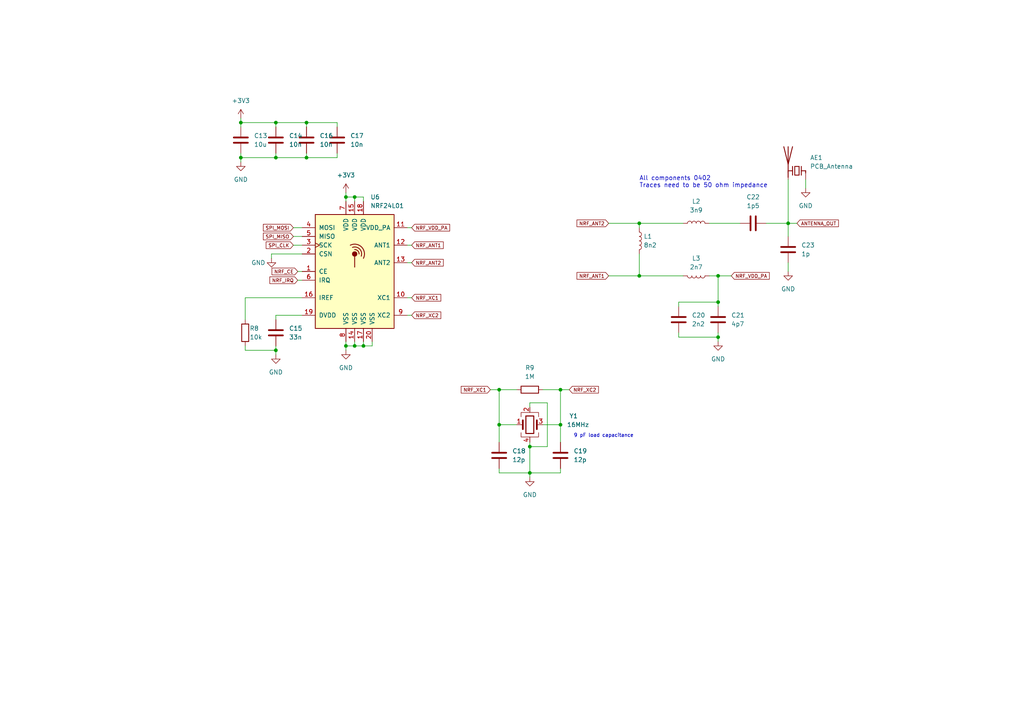
<source format=kicad_sch>
(kicad_sch (version 20211123) (generator eeschema)
  (paper "A4")
  (title_block (title "nrf24-xcvr") (rev "0.1.0"))
  (lib_symbols
    (symbol "Device:Antenna_Chip" (pin_numbers hide) (pin_names (offset 1.016) hide)
      (property "Reference" "AE" (at 0 5.08 0))
      (property "Value" "Antenna_Chip" (at 0 3.175 0))
      (symbol "Antenna_Chip_0_1"
        (polyline (pts (xy -2.54 0) (xy -2.54 -0.635)) (stroke (width 0.254)))
        (polyline (pts (xy -2.54 0) (xy -1.27 0)) (stroke (width 0.254)))
        (polyline (pts (xy 1.27 0) (xy 2.54 0)) (stroke (width 0.254)))
        (polyline (pts (xy 1.27 1.27) (xy 1.27 -1.27)) (stroke (width 0.254)))
        (polyline (pts (xy 2.54 -0.635) (xy 2.54 0)))
        (polyline (pts (xy 2.54 6.985) (xy 2.54 -1.905)) (stroke (width 0.254)))
        (polyline (pts (xy -1.27 1.27) (xy -1.27 -1.27) (xy -1.27 0)) (stroke (width 0.254)))
        (polyline (pts (xy 3.81 6.985) (xy 2.54 1.905) (xy 1.27 6.985)) (stroke (width 0.254)))
        (polyline (pts (xy -0.635 1.27) (xy 0.635 1.27) (xy 0.635 -1.27) (xy -0.635 -1.27) (xy -0.635 1.27)) (stroke (width 0.254)))
      )
      (symbol "Antenna_Chip_1_1"
        (pin input line (at -2.54 -2.54 90) (length 2.54) (name "FEED") (number "1"))
        (pin passive line (at 2.54 -2.54 90) (length 2.54) (name "PCB_Trace") (number "2"))
      )
    )
    (symbol "Device:C" (pin_numbers hide) (pin_names (offset 0.254))
      (property "Reference" "C" (at 0.635 2.54 0))
      (property "Value" "C" (at 0.635 -2.54 0))
      (symbol "C_0_1"
        (polyline (pts (xy -2.032 -0.762) (xy 2.032 -0.762)) (stroke (width 0.508)))
        (polyline (pts (xy -2.032 0.762) (xy 2.032 0.762)) (stroke (width 0.508)))
      )
      (symbol "C_1_1"
        (pin passive line (at 0 3.81 270) (length 2.794) (name "~") (number "1"))
        (pin passive line (at 0 -3.81 90) (length 2.794) (name "~") (number "2"))
      )
    )
    (symbol "Device:Crystal_GND24" (pin_names (offset 1.016) hide)
      (property "Reference" "Y" (at 3.175 5.08 0))
      (property "Value" "Crystal_GND24" (at 3.175 3.175 0))
      (symbol "Crystal_GND24_0_1"
        (rectangle (start -1.143 2.54) (end 1.143 -2.54) (stroke (width 0.3048)))
        (polyline (pts (xy -2.54 0) (xy -2.032 0)))
        (polyline (pts (xy -2.032 -1.27) (xy -2.032 1.27)) (stroke (width 0.508)))
        (polyline (pts (xy 0 -3.81) (xy 0 -3.556)))
        (polyline (pts (xy 0 3.556) (xy 0 3.81)))
        (polyline (pts (xy 2.032 -1.27) (xy 2.032 1.27)) (stroke (width 0.508)))
        (polyline (pts (xy 2.032 0) (xy 2.54 0)))
        (polyline (pts (xy -2.54 -2.286) (xy -2.54 -3.556) (xy 2.54 -3.556) (xy 2.54 -2.286)))
        (polyline (pts (xy -2.54 2.286) (xy -2.54 3.556) (xy 2.54 3.556) (xy 2.54 2.286)))
      )
      (symbol "Crystal_GND24_1_1"
        (pin passive line (at -3.81 0 0) (length 1.27) (name "1") (number "1"))
        (pin passive line (at 0 5.08 270) (length 1.27) (name "2") (number "2"))
        (pin passive line (at 3.81 0 180) (length 1.27) (name "3") (number "3"))
        (pin passive line (at 0 -5.08 90) (length 1.27) (name "4") (number "4"))
      )
    )
    (symbol "Device:L" (pin_numbers hide) (pin_names (offset 1.016) hide)
      (property "Reference" "L" (at -1.27 0 90))
      (property "Value" "L" (at 1.905 0 90))
      (symbol "L_0_1"
        (arc (start 0 -2.54) (mid 0.635 -1.905) (end 0 -1.27))
        (arc (start 0 -1.27) (mid 0.635 -0.635) (end 0 0))
        (arc (start 0 0) (mid 0.635 0.635) (end 0 1.27))
        (arc (start 0 1.27) (mid 0.635 1.905) (end 0 2.54))
      )
      (symbol "L_1_1"
        (pin passive line (at 0 3.81 270) (length 1.27) (name "1") (number "1"))
        (pin passive line (at 0 -3.81 90) (length 1.27) (name "2") (number "2"))
      )
    )
    (symbol "Device:R" (pin_numbers hide) (pin_names (offset 0))
      (property "Reference" "R" (at 2.032 0 90))
      (property "Value" "R" (at 0 0 90))
      (symbol "R_0_1"
        (rectangle (start -1.016 -2.54) (end 1.016 2.54) (stroke (width 0.254)))
      )
      (symbol "R_1_1"
        (pin passive line (at 0 3.81 270) (length 1.27) (name "~") (number "1"))
        (pin passive line (at 0 -3.81 90) (length 1.27) (name "~") (number "2"))
      )
    )
    (symbol "RF:NRF24L01" (pin_names (offset 1.016))
      (property "Reference" "U" (at -11.43 17.78 0))
      (property "Value" "NRF24L01" (at 5.08 17.78 0))
      (symbol "NRF24L01_0_1"
        (rectangle (start -11.43 16.51) (end 11.43 -16.51) (stroke (width 0.254)) (fill (type background)))
        (polyline (pts (xy 0 4.445) (xy 0 1.27)) (stroke (width 0.254)))
        (circle (center 0 5.08) (radius 0.635) (stroke (width 0.254)) (fill (type outline)))
        (arc (start 1.27 5.08) (mid 0.9071 5.9946) (end 0 6.35) (stroke (width 0.254)))
        (arc (start 1.905 4.445) (mid 1.4313 6.5254) (end -0.635 6.985) (stroke (width 0.254)))
        (arc (start 2.54 3.81) (mid 2.008 7.088) (end -1.27 7.62) (stroke (width 0.254)))
        (rectangle (start 11.43 -13.97) (end 11.43 -13.97))
      )
      (symbol "NRF24L01_1_1"
        (pin input line (at -15.24 0 0) (length 3.81) (name "CE") (number "1"))
        (pin passive line (at 15.24 -7.62 180) (length 3.81) (name "XC1") (number "10"))
        (pin power_out line (at 15.24 12.7 180) (length 3.81) (name "VDD_PA") (number "11"))
        (pin passive line (at 15.24 7.62 180) (length 3.81) (name "ANT1") (number "12"))
        (pin passive line (at 15.24 2.54 180) (length 3.81) (name "ANT2") (number "13"))
        (pin power_in line (at 0 -20.32 90) (length 3.81) (name "VSS") (number "14"))
        (pin power_in line (at 0 20.32 270) (length 3.81) (name "VDD") (number "15"))
        (pin passive line (at -15.24 -7.62 0) (length 3.81) (name "IREF") (number "16"))
        (pin power_in line (at 2.54 -20.32 90) (length 3.81) (name "VSS") (number "17"))
        (pin power_in line (at 2.54 20.32 270) (length 3.81) (name "VDD") (number "18"))
        (pin power_out line (at -15.24 -12.7 0) (length 3.81) (name "DVDD") (number "19"))
        (pin input line (at -15.24 5.08 0) (length 3.81) (name "CSN") (number "2"))
        (pin power_in line (at 5.08 -20.32 90) (length 3.81) (name "VSS") (number "20"))
        (pin input clock (at -15.24 7.62 0) (length 3.81) (name "SCK") (number "3"))
        (pin input line (at -15.24 12.7 0) (length 3.81) (name "MOSI") (number "4"))
        (pin output line (at -15.24 10.16 0) (length 3.81) (name "MISO") (number "5"))
        (pin output line (at -15.24 -2.54 0) (length 3.81) (name "IRQ") (number "6"))
        (pin power_in line (at -2.54 20.32 270) (length 3.81) (name "VDD") (number "7"))
        (pin power_in line (at -2.54 -20.32 90) (length 3.81) (name "VSS") (number "8"))
        (pin passive line (at 15.24 -12.7 180) (length 3.81) (name "XC2") (number "9"))
      )
    )
    (symbol "power:+3V3" (power) (pin_names (offset 0))
      (property "Value" "+3V3" (at 0 3.556 0))
      (symbol "+3V3_0_1"
        (polyline (pts (xy -0.762 1.27) (xy 0 2.54)))
        (polyline (pts (xy 0 0) (xy 0 2.54)))
        (polyline (pts (xy 0 2.54) (xy 0.762 1.27)))
      )
      (symbol "+3V3_1_1"
        (pin power_in line (at 0 0 90) (length 0) hide (name "+3V3") (number "1"))
      )
    )
    (symbol "power:GND" (power) (pin_names (offset 0))
      (property "Value" "GND" (at 0 -3.81 0))
      (symbol "GND_0_1"
        (polyline (pts (xy 0 0) (xy 0 -1.27) (xy 1.27 -1.27) (xy 0 -2.54) (xy -1.27 -1.27) (xy 0 -1.27)))
      )
      (symbol "GND_1_1"
        (pin power_in line (at 0 0 270) (length 0) hide (name "GND") (number "1"))
      )
    )
  )
  (junction (at 162.56 123.19))
  (junction (at 69.85 45.72))
  (junction (at 100.33 100.33))
  (junction (at 153.67 137.16))
  (junction (at 69.85 35.56))
  (junction (at 80.01 101.6))
  (junction (at 80.01 35.56))
  (junction (at 208.28 87.63))
  (junction (at 88.9 35.56))
  (junction (at 144.78 113.03))
  (junction (at 162.56 113.03))
  (junction (at 144.78 123.19))
  (junction (at 102.87 57.15))
  (junction (at 100.33 57.15))
  (junction (at 208.28 97.79))
  (junction (at 185.42 64.77))
  (junction (at 208.28 80.01))
  (junction (at 185.42 80.01))
  (junction (at 102.87 100.33))
  (junction (at 80.01 45.72))
  (junction (at 105.41 100.33))
  (junction (at 153.67 129.54))
  (junction (at 228.6 64.77))
  (junction (at 88.9 45.72))
  (wire (pts (xy 86.36 81.28) (xy 87.63 81.28)))
  (wire (pts (xy 149.86 113.03) (xy 144.78 113.03)))
  (wire (pts (xy 85.09 66.04) (xy 87.63 66.04)))
  (wire (pts (xy 80.01 45.72) (xy 88.9 45.72)))
  (wire (pts (xy 153.67 137.16) (xy 153.67 138.43)))
  (wire (pts (xy 118.11 76.2) (xy 119.38 76.2)))
  (wire (pts (xy 69.85 45.72) (xy 69.85 46.99)))
  (wire (pts (xy 105.41 57.15) (xy 102.87 57.15)))
  (wire (pts (xy 80.01 100.33) (xy 80.01 101.6)))
  (wire (pts (xy 71.12 86.36) (xy 71.12 92.71)))
  (wire (pts (xy 153.67 118.11) (xy 153.67 116.84)))
  (wire (pts (xy 78.74 73.66) (xy 78.74 74.93)))
  (wire (pts (xy 158.75 116.84) (xy 158.75 129.54)))
  (wire (pts (xy 69.85 35.56) (xy 69.85 36.83)))
  (wire (pts (xy 176.53 64.77) (xy 185.42 64.77)))
  (wire (pts (xy 118.11 91.44) (xy 119.38 91.44)))
  (wire (pts (xy 153.67 116.84) (xy 158.75 116.84)))
  (wire (pts (xy 88.9 45.72) (xy 97.79 45.72)))
  (wire (pts (xy 196.85 97.79) (xy 208.28 97.79)))
  (wire (pts (xy 157.48 123.19) (xy 162.56 123.19)))
  (wire (pts (xy 87.63 91.44) (xy 80.01 91.44)))
  (wire (pts (xy 102.87 57.15) (xy 100.33 57.15)))
  (wire (pts (xy 208.28 97.79) (xy 208.28 99.06)))
  (wire (pts (xy 162.56 123.19) (xy 162.56 128.27)))
  (wire (pts (xy 144.78 123.19) (xy 149.86 123.19)))
  (wire (pts (xy 102.87 100.33) (xy 100.33 100.33)))
  (wire (pts (xy 102.87 99.06) (xy 102.87 100.33)))
  (wire (pts (xy 105.41 58.42) (xy 105.41 57.15)))
  (wire (pts (xy 100.33 100.33) (xy 100.33 101.6)))
  (wire (pts (xy 228.6 64.77) (xy 228.6 68.58)))
  (wire (pts (xy 97.79 44.45) (xy 97.79 45.72)))
  (wire (pts (xy 162.56 113.03) (xy 165.1 113.03)))
  (wire (pts (xy 142.24 113.03) (xy 144.78 113.03)))
  (wire (pts (xy 69.85 34.29) (xy 69.85 35.56)))
  (wire (pts (xy 86.36 78.74) (xy 87.63 78.74)))
  (wire (pts (xy 144.78 137.16) (xy 144.78 135.89)))
  (wire (pts (xy 176.53 80.01) (xy 185.42 80.01)))
  (wire (pts (xy 80.01 44.45) (xy 80.01 45.72)))
  (wire (pts (xy 228.6 64.77) (xy 231.14 64.77)))
  (wire (pts (xy 144.78 123.19) (xy 144.78 128.27)))
  (wire (pts (xy 144.78 113.03) (xy 144.78 123.19)))
  (wire (pts (xy 105.41 100.33) (xy 102.87 100.33)))
  (wire (pts (xy 100.33 99.06) (xy 100.33 100.33)))
  (wire (pts (xy 118.11 66.04) (xy 119.38 66.04)))
  (wire (pts (xy 80.01 91.44) (xy 80.01 92.71)))
  (wire (pts (xy 88.9 35.56) (xy 80.01 35.56)))
  (wire (pts (xy 162.56 135.89) (xy 162.56 137.16)))
  (wire (pts (xy 153.67 129.54) (xy 153.67 128.27)))
  (wire (pts (xy 185.42 64.77) (xy 198.12 64.77)))
  (wire (pts (xy 162.56 113.03) (xy 162.56 123.19)))
  (wire (pts (xy 185.42 64.77) (xy 185.42 66.04)))
  (wire (pts (xy 233.68 52.07) (xy 233.68 54.61)))
  (wire (pts (xy 196.85 96.52) (xy 196.85 97.79)))
  (wire (pts (xy 71.12 100.33) (xy 71.12 101.6)))
  (wire (pts (xy 153.67 137.16) (xy 144.78 137.16)))
  (wire (pts (xy 228.6 76.2) (xy 228.6 78.74)))
  (wire (pts (xy 158.75 129.54) (xy 153.67 129.54)))
  (wire (pts (xy 228.6 52.07) (xy 228.6 64.77)))
  (wire (pts (xy 208.28 80.01) (xy 212.09 80.01)))
  (wire (pts (xy 85.09 68.58) (xy 87.63 68.58)))
  (wire (pts (xy 85.09 71.12) (xy 87.63 71.12)))
  (wire (pts (xy 208.28 96.52) (xy 208.28 97.79)))
  (wire (pts (xy 118.11 71.12) (xy 119.38 71.12)))
  (wire (pts (xy 69.85 45.72) (xy 80.01 45.72)))
  (wire (pts (xy 69.85 44.45) (xy 69.85 45.72)))
  (wire (pts (xy 205.74 64.77) (xy 214.63 64.77)))
  (wire (pts (xy 80.01 35.56) (xy 69.85 35.56)))
  (wire (pts (xy 80.01 101.6) (xy 80.01 102.87)))
  (wire (pts (xy 87.63 73.66) (xy 78.74 73.66)))
  (wire (pts (xy 118.11 86.36) (xy 119.38 86.36)))
  (wire (pts (xy 107.95 100.33) (xy 105.41 100.33)))
  (wire (pts (xy 222.25 64.77) (xy 228.6 64.77)))
  (wire (pts (xy 208.28 80.01) (xy 208.28 87.63)))
  (wire (pts (xy 97.79 35.56) (xy 88.9 35.56)))
  (wire (pts (xy 88.9 35.56) (xy 88.9 36.83)))
  (wire (pts (xy 107.95 99.06) (xy 107.95 100.33)))
  (wire (pts (xy 157.48 113.03) (xy 162.56 113.03)))
  (wire (pts (xy 97.79 36.83) (xy 97.79 35.56)))
  (wire (pts (xy 71.12 101.6) (xy 80.01 101.6)))
  (wire (pts (xy 208.28 87.63) (xy 208.28 88.9)))
  (wire (pts (xy 196.85 88.9) (xy 196.85 87.63)))
  (wire (pts (xy 185.42 80.01) (xy 198.12 80.01)))
  (wire (pts (xy 196.85 87.63) (xy 208.28 87.63)))
  (wire (pts (xy 88.9 44.45) (xy 88.9 45.72)))
  (wire (pts (xy 102.87 57.15) (xy 102.87 58.42)))
  (wire (pts (xy 80.01 35.56) (xy 80.01 36.83)))
  (wire (pts (xy 162.56 137.16) (xy 153.67 137.16)))
  (wire (pts (xy 185.42 73.66) (xy 185.42 80.01)))
  (wire (pts (xy 71.12 86.36) (xy 87.63 86.36)))
  (wire (pts (xy 100.33 55.88) (xy 100.33 57.15)))
  (wire (pts (xy 205.74 80.01) (xy 208.28 80.01)))
  (wire (pts (xy 100.33 57.15) (xy 100.33 58.42)))
  (wire (pts (xy 105.41 99.06) (xy 105.41 100.33)))
  (wire (pts (xy 153.67 129.54) (xy 153.67 137.16)))
  (text "All components 0402\nTraces need to be 50 ohm impedance" (at 185.42 54.61 0) (effects (font (size 1.27 1.27)) (justify left bottom)))
  (text "9 pF load capacitance" (at 166.37 127 0) (effects (font (size 1 1)) (justify left bottom)))
  (global_label "SPI_MISO" (shape input) (at 85.09 68.58 180) (effects (font (size 1 1))) (property "Intersheet References" "${INTERSHEET_REFS}" (effects hide)))
  (global_label "NRF_ANT1" (shape input) (at 176.53 80.01 180) (effects (font (size 1 1))) (property "Intersheet References" "${INTERSHEET_REFS}" (effects hide)))
  (global_label "NRF_VDD_PA" (shape input) (at 119.38 66.04 0) (effects (font (size 1 1))) (property "Intersheet References" "${INTERSHEET_REFS}" (effects hide)))
  (global_label "NRF_ANT1" (shape input) (at 119.38 71.12 0) (effects (font (size 1 1))) (property "Intersheet References" "${INTERSHEET_REFS}" (effects hide)))
  (global_label "SPI_CLK" (shape input) (at 85.09 71.12 180) (effects (font (size 1 1))) (property "Intersheet References" "${INTERSHEET_REFS}" (effects hide)))
  (global_label "NRF_VDD_PA" (shape input) (at 212.09 80.01 0) (effects (font (size 1 1))) (property "Intersheet References" "${INTERSHEET_REFS}" (effects hide)))
  (global_label "NRF_IRQ" (shape input) (at 86.36 81.28 180) (effects (font (size 1 1))) (property "Intersheet References" "${INTERSHEET_REFS}" (effects hide)))
  (global_label "NRF_XC2" (shape input) (at 119.38 91.44 0) (effects (font (size 1 1))) (property "Intersheet References" "${INTERSHEET_REFS}" (effects hide)))
  (global_label "ANTENNA_OUT" (shape input) (at 231.14 64.77 0) (effects (font (size 1 1))) (property "Intersheet References" "${INTERSHEET_REFS}" (effects hide)))
  (global_label "NRF_XC1" (shape input) (at 119.38 86.36 0) (effects (font (size 1 1))) (property "Intersheet References" "${INTERSHEET_REFS}" (effects hide)))
  (global_label "NRF_XC1" (shape input) (at 142.24 113.03 180) (effects (font (size 1 1))) (property "Intersheet References" "${INTERSHEET_REFS}" (effects hide)))
  (global_label "NRF_ANT2" (shape input) (at 176.53 64.77 180) (effects (font (size 1 1))) (property "Intersheet References" "${INTERSHEET_REFS}" (effects hide)))
  (global_label "NRF_XC2" (shape input) (at 165.1 113.03 0) (effects (font (size 1 1))) (property "Intersheet References" "${INTERSHEET_REFS}" (effects hide)))
  (global_label "NRF_ANT2" (shape input) (at 119.38 76.2 0) (effects (font (size 1 1))) (property "Intersheet References" "${INTERSHEET_REFS}" (effects hide)))
  (global_label "NRF_CE" (shape input) (at 86.36 78.74 180) (effects (font (size 1 1))) (property "Intersheet References" "${INTERSHEET_REFS}" (effects hide)))
  (global_label "SPI_MOSI" (shape input) (at 85.09 66.04 180) (effects (font (size 1 1))) (property "Intersheet References" "${INTERSHEET_REFS}" (effects hide)))
  (symbol (lib_id "power:GND") (at 153.67 138.43 0) (unit 1)
    (property "Reference" "#PWR0134" (effects hide))
    (property "Value" "GND" (at 153.67 143.51 0))
  )
  (symbol (lib_id "power:+3V3") (at 69.85 34.29 0) (unit 1)
    (property "Reference" "#PWR0126" (effects hide))
    (property "Value" "+3V3" (at 69.85 29.21 0))
  )
  (symbol (lib_id "Device:C") (at 88.9 40.64 0) (unit 1)
    (property "Reference" "C16" (at 92.71 39.3699 0) (effects (justify left)))
    (property "Value" "10n" (at 92.71 41.9099 0) (effects (justify left)))
    (property "Footprint" "Capacitor_SMD:C_0402_1005Metric" (effects hide))
  )
  (symbol (lib_id "power:GND") (at 208.28 99.06 0) (unit 1)
    (property "Reference" "#PWR0130" (effects hide))
    (property "Value" "GND" (at 208.28 104.14 0))
  )
  (symbol (lib_id "Device:C") (at 228.6 72.39 0) (unit 1)
    (property "Reference" "C23" (at 232.41 71.1199 0) (effects (justify left)))
    (property "Value" "1p" (at 232.41 73.6599 0) (effects (justify left)))
    (property "Footprint" "Capacitor_SMD:C_0402_1005Metric" (effects hide))
  )
  (symbol (lib_id "Device:L") (at 201.93 64.77 90) (unit 1)
    (property "Reference" "L2" (at 201.93 58.42 90))
    (property "Value" "3n9" (at 201.93 60.96 90))
    (property "Footprint" "Inductor_SMD:L_0402_1005Metric" (effects hide))
  )
  (symbol (lib_id "Device:C") (at 208.28 92.71 0) (unit 1)
    (property "Reference" "C21" (at 212.09 91.4399 0) (effects (justify left)))
    (property "Value" "4p7" (at 212.09 93.9799 0) (effects (justify left)))
    (property "Footprint" "Capacitor_SMD:C_0402_1005Metric" (effects hide))
  )
  (symbol (lib_id "power:GND") (at 100.33 101.6 0) (unit 1)
    (property "Reference" "#PWR0131" (effects hide))
    (property "Value" "GND" (at 100.33 106.68 0))
  )
  (symbol (lib_id "Device:C") (at 144.78 132.08 0) (unit 1)
    (property "Reference" "C18" (at 148.59 130.8099 0) (effects (justify left)))
    (property "Value" "12p" (at 148.59 133.3499 0) (effects (justify left)))
    (property "Footprint" "Capacitor_SMD:C_0402_1005Metric" (effects hide))
  )
  (symbol (lib_id "Device:C") (at 69.85 40.64 0) (unit 1)
    (property "Reference" "C13" (at 73.66 39.3699 0) (effects (justify left)))
    (property "Value" "10u" (at 73.66 41.9099 0) (effects (justify left)))
    (property "Footprint" "Capacitor_SMD:C_0603_1608Metric" (effects hide))
  )
  (symbol (lib_id "power:GND") (at 69.85 46.99 0) (unit 1)
    (property "Reference" "#PWR0127" (effects hide))
    (property "Value" "GND" (at 69.85 52.07 0))
  )
  (symbol (lib_id "power:GND") (at 228.6 78.74 0) (unit 1)
    (property "Reference" "#PWR0129" (effects hide))
    (property "Value" "GND" (at 228.6 83.82 0))
  )
  (symbol (lib_id "Device:C") (at 196.85 92.71 0) (unit 1)
    (property "Reference" "C20" (at 200.66 91.4399 0) (effects (justify left)))
    (property "Value" "2n2" (at 200.66 93.9799 0) (effects (justify left)))
    (property "Footprint" "Capacitor_SMD:C_0402_1005Metric" (effects hide))
  )
  (symbol (lib_id "power:GND") (at 80.01 102.87 0) (unit 1)
    (property "Reference" "#PWR0132" (effects hide))
    (property "Value" "GND" (at 80.01 107.95 0))
  )
  (symbol (lib_id "Device:Antenna_Chip") (at 231.14 49.53 0) (mirror y) (unit 1)
    (property "Reference" "AE1" (at 234.95 45.7199 0) (effects (justify right)))
    (property "Value" "PCB_Antenna" (at 234.95 48.2599 0) (effects (justify right)))
    (property "Footprint" "my-footprints:pcb-antenna" (effects hide))
  )
  (symbol (lib_id "power:GND") (at 78.74 74.93 0) (unit 1)
    (property "Reference" "#PWR0133" (effects hide))
    (property "Value" "GND" (at 74.93 76.2 0))
  )
  (symbol (lib_id "Device:L") (at 201.93 80.01 270) (unit 1)
    (property "Reference" "L3" (at 201.93 74.93 90))
    (property "Value" "2n7" (at 201.93 77.47 90))
    (property "Footprint" "Inductor_SMD:L_0402_1005Metric" (effects hide))
  )
  (symbol (lib_id "Device:C") (at 80.01 40.64 0) (unit 1)
    (property "Reference" "C14" (at 83.82 39.3699 0) (effects (justify left)))
    (property "Value" "10n" (at 83.82 41.9099 0) (effects (justify left)))
    (property "Footprint" "Capacitor_SMD:C_0402_1005Metric" (effects hide))
  )
  (symbol (lib_id "power:GND") (at 233.68 54.61 0) (unit 1)
    (property "Reference" "#PWR0135" (effects hide))
    (property "Value" "GND" (at 233.68 59.69 0))
  )
  (symbol (lib_id "power:+3V3") (at 100.33 55.88 0) (unit 1)
    (property "Reference" "#PWR0128" (effects hide))
    (property "Value" "+3V3" (at 100.33 50.8 0))
  )
  (symbol (lib_id "Device:R") (at 153.67 113.03 90) (unit 1)
    (property "Reference" "R9" (at 153.67 106.68 90))
    (property "Value" "1M" (at 153.67 109.22 90))
    (property "Footprint" "Resistor_SMD:R_0402_1005Metric" (effects hide))
  )
  (symbol (lib_id "Device:R") (at 71.12 96.52 0) (unit 1)
    (property "Reference" "R8" (at 72.39 95.25 0) (effects (justify left)))
    (property "Value" "10k" (at 72.39 97.79 0) (effects (justify left)))
    (property "Footprint" "Resistor_SMD:R_0402_1005Metric" (effects hide))
  )
  (symbol (lib_id "Device:C") (at 80.01 96.52 0) (unit 1)
    (property "Reference" "C15" (at 83.82 95.2499 0) (effects (justify left)))
    (property "Value" "33n" (at 83.82 97.7899 0) (effects (justify left)))
    (property "Footprint" "Capacitor_SMD:C_0402_1005Metric" (effects hide))
  )
  (symbol (lib_id "Device:C") (at 97.79 40.64 0) (unit 1)
    (property "Reference" "C17" (at 101.6 39.3699 0) (effects (justify left)))
    (property "Value" "10n" (at 101.6 41.9099 0) (effects (justify left)))
    (property "Footprint" "Capacitor_SMD:C_0402_1005Metric" (effects hide))
  )
  (symbol (lib_id "Device:C") (at 162.56 132.08 0) (unit 1)
    (property "Reference" "C19" (at 166.37 130.8099 0) (effects (justify left)))
    (property "Value" "12p" (at 166.37 133.3499 0) (effects (justify left)))
    (property "Footprint" "Capacitor_SMD:C_0402_1005Metric" (effects hide))
  )
  (symbol (lib_id "Device:L") (at 185.42 69.85 0) (unit 1)
    (property "Reference" "L1" (at 186.69 68.5799 0) (effects (justify left)))
    (property "Value" "8n2" (at 186.69 71.1199 0) (effects (justify left)))
    (property "Footprint" "Inductor_SMD:L_0402_1005Metric" (effects hide))
  )
  (symbol (lib_id "Device:Crystal_GND24") (at 153.67 123.19 0) (unit 1)
    (property "Reference" "Y1" (at 166.37 120.65 0))
    (property "Value" "16MHz" (at 167.64 123.19 0))
    (property "Footprint" "Crystal:Crystal_SMD_3225-4Pin_3.2x2.5mm" (effects hide))
  )
  (symbol (lib_id "Device:C") (at 218.44 64.77 90) (unit 1)
    (property "Reference" "C22" (at 218.44 57.15 90))
    (property "Value" "1p5" (at 218.44 59.69 90))
    (property "Footprint" "Capacitor_SMD:C_0402_1005Metric" (effects hide))
  )
  (symbol (lib_id "RF:NRF24L01") (at 102.87 78.74 0) (unit 1)
    (property "Reference" "U6" (at 107.4294 57.15 0) (effects (justify left)))
    (property "Value" "NRF24L01" (at 107.4294 59.69 0) (effects (justify left)))
    (property "Footprint" "Package_DFN_QFN:QFN-20-1EP_4x4mm_P0.5mm_EP2.5x2.5mm" (effects hide))
    (property "Datasheet" "http://www.nordicsemi.com/eng/content/download/2730/34105/file/nRF24L01_Product_Specification_v2_0.pdf" (effects hide))
  )
)
</source>
